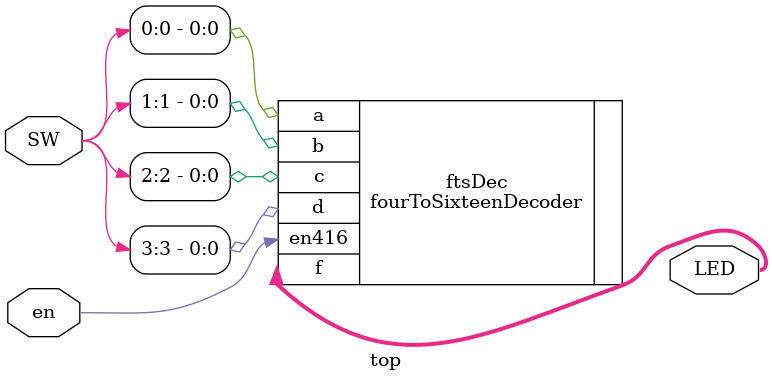
<source format=sv>
`timescale 1ns / 1ps


module top(
    input logic [3:0] SW,
    input logic en,
    output logic [15:0] LED
);
    // Code Here...
    // NOTE: en = switch 15 on board 
    fourToSixteenDecoder ftsDec(.en416(en), .d(SW[3]), .c(SW[2]), .b(SW[1]), .a(SW[0]), .f(LED));



endmodule

</source>
